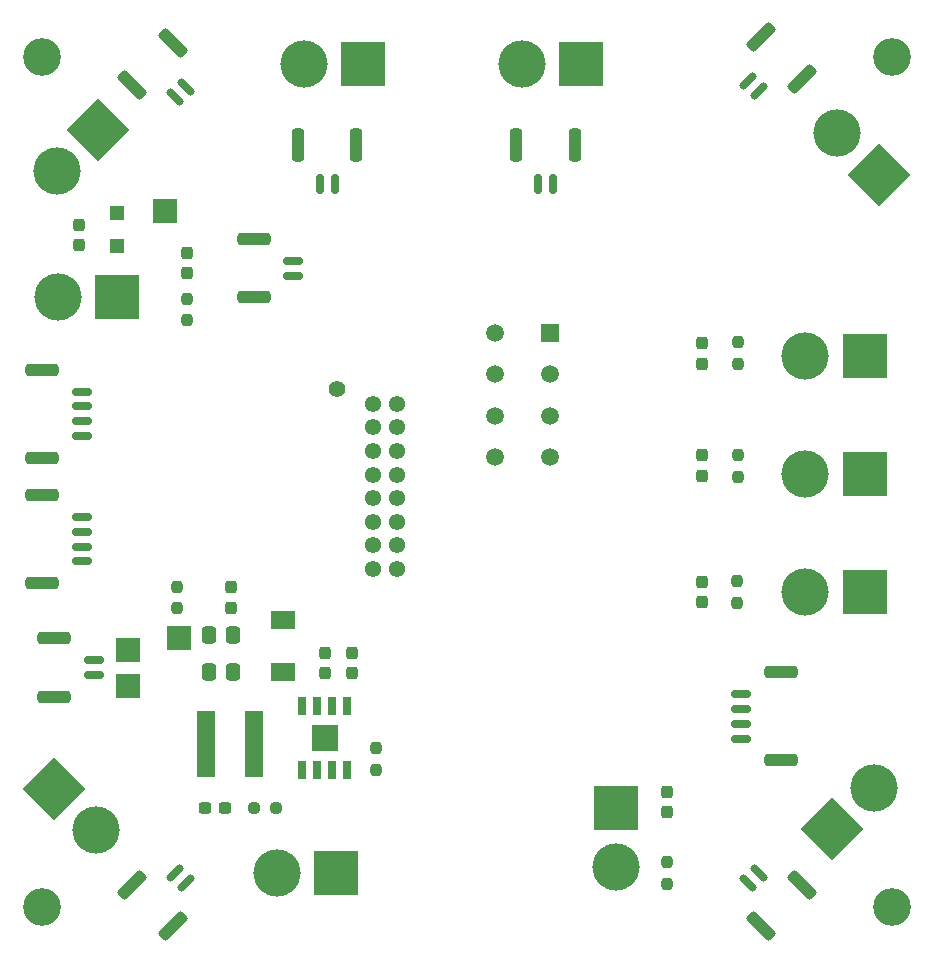
<source format=gts>
%TF.GenerationSoftware,KiCad,Pcbnew,9.0.0*%
%TF.CreationDate,2025-04-12T13:05:06-05:00*%
%TF.ProjectId,Chassis,43686173-7369-4732-9e6b-696361645f70,rev?*%
%TF.SameCoordinates,Original*%
%TF.FileFunction,Soldermask,Top*%
%TF.FilePolarity,Negative*%
%FSLAX46Y46*%
G04 Gerber Fmt 4.6, Leading zero omitted, Abs format (unit mm)*
G04 Created by KiCad (PCBNEW 9.0.0) date 2025-04-12 13:05:06*
%MOMM*%
%LPD*%
G01*
G04 APERTURE LIST*
G04 Aperture macros list*
%AMRoundRect*
0 Rectangle with rounded corners*
0 $1 Rounding radius*
0 $2 $3 $4 $5 $6 $7 $8 $9 X,Y pos of 4 corners*
0 Add a 4 corners polygon primitive as box body*
4,1,4,$2,$3,$4,$5,$6,$7,$8,$9,$2,$3,0*
0 Add four circle primitives for the rounded corners*
1,1,$1+$1,$2,$3*
1,1,$1+$1,$4,$5*
1,1,$1+$1,$6,$7*
1,1,$1+$1,$8,$9*
0 Add four rect primitives between the rounded corners*
20,1,$1+$1,$2,$3,$4,$5,0*
20,1,$1+$1,$4,$5,$6,$7,0*
20,1,$1+$1,$6,$7,$8,$9,0*
20,1,$1+$1,$8,$9,$2,$3,0*%
%AMRotRect*
0 Rectangle, with rotation*
0 The origin of the aperture is its center*
0 $1 length*
0 $2 width*
0 $3 Rotation angle, in degrees counterclockwise*
0 Add horizontal line*
21,1,$1,$2,0,0,$3*%
G04 Aperture macros list end*
%ADD10R,3.800000X3.800000*%
%ADD11C,4.000000*%
%ADD12RoundRect,0.150000X0.700000X-0.150000X0.700000X0.150000X-0.700000X0.150000X-0.700000X-0.150000X0*%
%ADD13RoundRect,0.250000X1.150000X-0.250000X1.150000X0.250000X-1.150000X0.250000X-1.150000X-0.250000X0*%
%ADD14RotRect,3.800000X3.800000X315.000000*%
%ADD15RotRect,3.800000X3.800000X135.000000*%
%ADD16C,3.200000*%
%ADD17RoundRect,0.237500X0.237500X-0.287500X0.237500X0.287500X-0.237500X0.287500X-0.237500X-0.287500X0*%
%ADD18R,1.520000X1.520000*%
%ADD19C,1.520000*%
%ADD20RoundRect,0.237500X0.237500X-0.250000X0.237500X0.250000X-0.237500X0.250000X-0.237500X-0.250000X0*%
%ADD21RoundRect,0.237500X-0.250000X-0.237500X0.250000X-0.237500X0.250000X0.237500X-0.250000X0.237500X0*%
%ADD22RoundRect,0.237500X-0.237500X0.287500X-0.237500X-0.287500X0.237500X-0.287500X0.237500X0.287500X0*%
%ADD23C,1.400000*%
%ADD24C,1.381000*%
%ADD25RoundRect,0.237500X-0.300000X-0.237500X0.300000X-0.237500X0.300000X0.237500X-0.300000X0.237500X0*%
%ADD26RoundRect,0.150000X0.388909X-0.601041X0.601041X-0.388909X-0.388909X0.601041X-0.601041X0.388909X0*%
%ADD27RoundRect,0.250000X0.636396X-0.989949X0.989949X-0.636396X-0.636396X0.989949X-0.989949X0.636396X0*%
%ADD28RotRect,3.800000X3.800000X225.000000*%
%ADD29RoundRect,0.150000X-0.150000X-0.700000X0.150000X-0.700000X0.150000X0.700000X-0.150000X0.700000X0*%
%ADD30RoundRect,0.250000X-0.250000X-1.150000X0.250000X-1.150000X0.250000X1.150000X-0.250000X1.150000X0*%
%ADD31R,2.000000X2.000000*%
%ADD32RoundRect,0.237500X-0.237500X0.250000X-0.237500X-0.250000X0.237500X-0.250000X0.237500X0.250000X0*%
%ADD33R,1.200000X1.200000*%
%ADD34RotRect,3.800000X3.800000X45.000000*%
%ADD35R,0.700000X1.522000*%
%ADD36R,2.300000X2.300000*%
%ADD37RoundRect,0.150000X0.601041X0.388909X0.388909X0.601041X-0.601041X-0.388909X-0.388909X-0.601041X0*%
%ADD38RoundRect,0.250000X0.989949X0.636396X0.636396X0.989949X-0.989949X-0.636396X-0.636396X-0.989949X0*%
%ADD39RoundRect,0.150000X-0.601041X-0.388909X-0.388909X-0.601041X0.601041X0.388909X0.388909X0.601041X0*%
%ADD40RoundRect,0.250000X-0.989949X-0.636396X-0.636396X-0.989949X0.989949X0.636396X0.636396X0.989949X0*%
%ADD41RoundRect,0.150000X-0.700000X0.150000X-0.700000X-0.150000X0.700000X-0.150000X0.700000X0.150000X0*%
%ADD42RoundRect,0.250000X-1.150000X0.250000X-1.150000X-0.250000X1.150000X-0.250000X1.150000X0.250000X0*%
%ADD43R,1.550000X5.600000*%
%ADD44RoundRect,0.250000X-0.337500X-0.475000X0.337500X-0.475000X0.337500X0.475000X-0.337500X0.475000X0*%
%ADD45R,2.140000X1.490000*%
%ADD46RoundRect,0.237500X0.237500X-0.300000X0.237500X0.300000X-0.237500X0.300000X-0.237500X-0.300000X0*%
%ADD47RoundRect,0.150000X-0.388909X0.601041X-0.601041X0.388909X0.388909X-0.601041X0.601041X-0.388909X0*%
%ADD48RoundRect,0.250000X-0.636396X0.989949X-0.989949X0.636396X0.636396X-0.989949X0.989949X-0.636396X0*%
G04 APERTURE END LIST*
D10*
X58700000Y-49750000D03*
D11*
X53700000Y-49750000D03*
D12*
X56750000Y-81750000D03*
X56750000Y-80500000D03*
D13*
X53400000Y-83600000D03*
X53400000Y-78650000D03*
D14*
X53372614Y-91372614D03*
D11*
X56908148Y-94908148D03*
D15*
X123227387Y-39427387D03*
D11*
X119691853Y-35891853D03*
D12*
X55750000Y-72125000D03*
X55750000Y-70875000D03*
X55750000Y-69625000D03*
X55750000Y-68375000D03*
D13*
X52400000Y-73975000D03*
X52400000Y-66525000D03*
D16*
X124347000Y-29400000D03*
D17*
X68400000Y-76075000D03*
X68400000Y-74325000D03*
D18*
X95339998Y-52804000D03*
D19*
X95339998Y-56304001D03*
X95339998Y-59804001D03*
X95339998Y-63304002D03*
X90739997Y-52804000D03*
X90739997Y-56304001D03*
X90739997Y-59804001D03*
X90739997Y-63304002D03*
D20*
X63800000Y-76112500D03*
X63800000Y-74287500D03*
D16*
X52347000Y-101400000D03*
D21*
X70337500Y-93000000D03*
X72162500Y-93000000D03*
D22*
X105250000Y-91625000D03*
X105250000Y-93375000D03*
X64600000Y-45987999D03*
X64600000Y-47737999D03*
D20*
X111250000Y-55412500D03*
X111250000Y-53587500D03*
X111300000Y-64957500D03*
X111300000Y-63132500D03*
D23*
X77325000Y-57574999D03*
D24*
X82375000Y-58774999D03*
X80375000Y-58774999D03*
X82375000Y-60774999D03*
X80375000Y-60774999D03*
X82375000Y-62774999D03*
X80375000Y-62774999D03*
X82375000Y-64774999D03*
X80375000Y-64774999D03*
X82375000Y-66774999D03*
X80375000Y-66774999D03*
X82375000Y-68774999D03*
X80375000Y-68774999D03*
X82375000Y-70774999D03*
X80375000Y-70774999D03*
X82375000Y-72774999D03*
X80375000Y-72774999D03*
D25*
X66137500Y-93000000D03*
X67862500Y-93000000D03*
D26*
X63636768Y-32820800D03*
X64520652Y-31936916D03*
D27*
X59959813Y-31760140D03*
X63459992Y-28259961D03*
D28*
X57127387Y-35572614D03*
D11*
X53591853Y-39108148D03*
D10*
X122000000Y-74750000D03*
D11*
X117000000Y-74750000D03*
D29*
X94375000Y-40200000D03*
X95625000Y-40200000D03*
D30*
X92525000Y-36850000D03*
X97475000Y-36850000D03*
D31*
X64000000Y-78600000D03*
D32*
X64600000Y-49887500D03*
X64600000Y-51712500D03*
D10*
X122000000Y-64750000D03*
D11*
X117000000Y-64750000D03*
D32*
X105250000Y-97587500D03*
X105250000Y-99412500D03*
D33*
X58750000Y-42600000D03*
X58750000Y-45400000D03*
D34*
X119272613Y-94827387D03*
D11*
X122808147Y-91291853D03*
D10*
X77250000Y-98500000D03*
D11*
X72250000Y-98500000D03*
D17*
X55500000Y-45375000D03*
X55500000Y-43625000D03*
D10*
X122000000Y-54750000D03*
D11*
X117000000Y-54750000D03*
D35*
X74401000Y-89801999D03*
X75671000Y-89801999D03*
X76941000Y-89801999D03*
X78211000Y-89801999D03*
X78211000Y-84373999D03*
X76941000Y-84373999D03*
X75671000Y-84373999D03*
X74401000Y-84373999D03*
D36*
X76306000Y-87087999D03*
D37*
X64520652Y-99354936D03*
X63636768Y-98471052D03*
D38*
X63459992Y-103031891D03*
X59959813Y-99531712D03*
D20*
X111200000Y-75625000D03*
X111200000Y-73800000D03*
D39*
X112173348Y-31445064D03*
X113057232Y-32328948D03*
D40*
X113234008Y-27768109D03*
X116734187Y-31268288D03*
D41*
X111550000Y-83375000D03*
X111550000Y-84625000D03*
X111550000Y-85875000D03*
X111550000Y-87125000D03*
D42*
X114900000Y-81525000D03*
X114900000Y-88975000D03*
D16*
X52347000Y-29400000D03*
D43*
X70337000Y-87596000D03*
X66287000Y-87596000D03*
D29*
X75875000Y-40200000D03*
X77125000Y-40200000D03*
D30*
X74025000Y-36850000D03*
X78975000Y-36850000D03*
D44*
X66462500Y-78362999D03*
X68537500Y-78362999D03*
D45*
X72750000Y-81500000D03*
X72750000Y-77050000D03*
D10*
X101000000Y-93000000D03*
D11*
X101000000Y-98000000D03*
D16*
X124347000Y-101400000D03*
D17*
X108250000Y-64875000D03*
X108250000Y-63125000D03*
D12*
X73650000Y-47925000D03*
X73650000Y-46675000D03*
D13*
X70300000Y-49775000D03*
X70300000Y-44825000D03*
D46*
X78592000Y-81600499D03*
X78592000Y-79875499D03*
D10*
X98000000Y-30000000D03*
D11*
X93000000Y-30000000D03*
D46*
X76306000Y-81600499D03*
X76306000Y-79875499D03*
D31*
X59626000Y-79666000D03*
D44*
X66462500Y-81500000D03*
X68537500Y-81500000D03*
D31*
X59626000Y-82714000D03*
X62750000Y-42500000D03*
D12*
X55750000Y-61500000D03*
X55750000Y-60250000D03*
X55750000Y-59000000D03*
X55750000Y-57750000D03*
D13*
X52400000Y-63350000D03*
X52400000Y-55900000D03*
D10*
X79500000Y-30000000D03*
D11*
X74500000Y-30000000D03*
D17*
X108200001Y-75587500D03*
X108200001Y-73837500D03*
X108250000Y-55375000D03*
X108250000Y-53625000D03*
D47*
X113057232Y-98471052D03*
X112173348Y-99354936D03*
D48*
X116734187Y-99531712D03*
X113234008Y-103031891D03*
D20*
X80624000Y-89778499D03*
X80624000Y-87953499D03*
M02*

</source>
